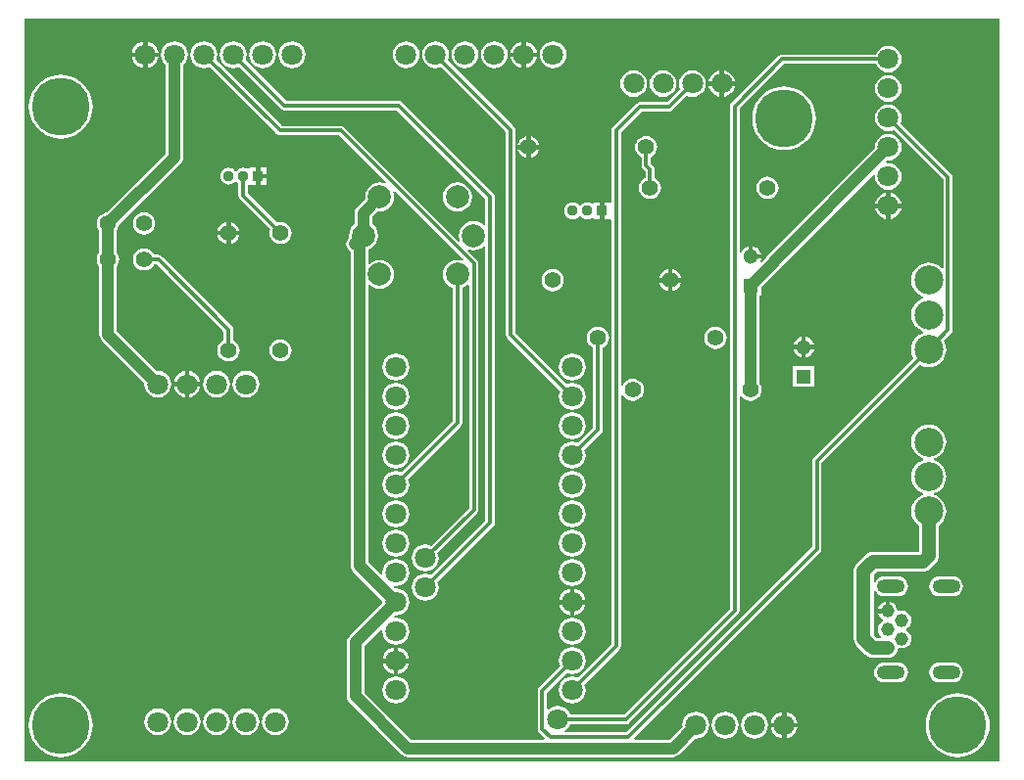
<source format=gtl>
G04*
G04 #@! TF.GenerationSoftware,Altium Limited,Altium Designer,20.2.6 (244)*
G04*
G04 Layer_Physical_Order=1*
G04 Layer_Color=255*
%FSLAX44Y44*%
%MOMM*%
G71*
G04*
G04 #@! TF.SameCoordinates,95B47CC1-6D59-4A24-9DA9-F39AA99DDD39*
G04*
G04*
G04 #@! TF.FilePolarity,Positive*
G04*
G01*
G75*
%ADD28C,0.3000*%
%ADD29C,1.2000*%
%ADD30C,1.0000*%
%ADD31C,1.8000*%
%ADD32C,0.9500*%
%ADD33C,2.5000*%
%ADD34C,2.0000*%
%ADD35C,1.1500*%
%ADD36O,2.4000X1.2000*%
%ADD37C,1.3000*%
%ADD38R,1.3000X1.3000*%
%ADD39C,1.4000*%
%ADD40R,0.9500X0.9500*%
%ADD41C,5.0000*%
G36*
X846391Y3609D02*
X3609D01*
Y646391D01*
X846391D01*
Y3609D01*
D02*
G37*
%LPC*%
G36*
X437000Y626376D02*
Y617000D01*
X446376D01*
X446243Y618013D01*
X445080Y620820D01*
X443230Y623231D01*
X440820Y625080D01*
X438012Y626243D01*
X437000Y626376D01*
D02*
G37*
G36*
X110000D02*
Y617000D01*
X119376D01*
X119243Y618013D01*
X118080Y620820D01*
X116230Y623231D01*
X113820Y625080D01*
X111012Y626243D01*
X110000Y626376D01*
D02*
G37*
G36*
X433000D02*
X431987Y626243D01*
X429180Y625080D01*
X426769Y623231D01*
X424920Y620820D01*
X423757Y618013D01*
X423624Y617000D01*
X433000D01*
Y626376D01*
D02*
G37*
G36*
X106000D02*
X104987Y626243D01*
X102180Y625080D01*
X99769Y623231D01*
X97920Y620820D01*
X96757Y618013D01*
X96623Y617000D01*
X106000D01*
Y626376D01*
D02*
G37*
G36*
X446376Y613000D02*
X437000D01*
Y603624D01*
X438012Y603757D01*
X440820Y604920D01*
X443230Y606770D01*
X445080Y609180D01*
X446243Y611987D01*
X446376Y613000D01*
D02*
G37*
G36*
X119376D02*
X110000D01*
Y603624D01*
X111012Y603757D01*
X113820Y604920D01*
X116230Y606770D01*
X118080Y609180D01*
X119243Y611987D01*
X119376Y613000D01*
D02*
G37*
G36*
X106000D02*
X96623D01*
X96757Y611987D01*
X97920Y609180D01*
X99769Y606770D01*
X102180Y604920D01*
X104987Y603757D01*
X106000Y603624D01*
Y613000D01*
D02*
G37*
G36*
X433000D02*
X423624D01*
X423757Y611987D01*
X424920Y609180D01*
X426769Y606770D01*
X429180Y604920D01*
X431987Y603757D01*
X433000Y603624D01*
Y613000D01*
D02*
G37*
G36*
X460400Y626640D02*
X457387Y626243D01*
X454580Y625080D01*
X452169Y623231D01*
X450320Y620820D01*
X449157Y618013D01*
X448760Y615000D01*
X449157Y611987D01*
X450320Y609180D01*
X452169Y606770D01*
X454580Y604920D01*
X457387Y603757D01*
X460400Y603360D01*
X463412Y603757D01*
X466220Y604920D01*
X468630Y606770D01*
X470480Y609180D01*
X471643Y611987D01*
X472039Y615000D01*
X471643Y618013D01*
X470480Y620820D01*
X468630Y623231D01*
X466220Y625080D01*
X463412Y626243D01*
X460400Y626640D01*
D02*
G37*
G36*
X409600D02*
X406587Y626243D01*
X403780Y625080D01*
X401370Y623231D01*
X399520Y620820D01*
X398357Y618013D01*
X397960Y615000D01*
X398357Y611987D01*
X399520Y609180D01*
X401370Y606770D01*
X403780Y604920D01*
X406587Y603757D01*
X409600Y603360D01*
X412612Y603757D01*
X415420Y604920D01*
X417830Y606770D01*
X419680Y609180D01*
X420843Y611987D01*
X421239Y615000D01*
X420843Y618013D01*
X419680Y620820D01*
X417830Y623231D01*
X415420Y625080D01*
X412612Y626243D01*
X409600Y626640D01*
D02*
G37*
G36*
X384200D02*
X381187Y626243D01*
X378380Y625080D01*
X375970Y623231D01*
X374120Y620820D01*
X372957Y618013D01*
X372560Y615000D01*
X372957Y611987D01*
X374120Y609180D01*
X375970Y606770D01*
X378380Y604920D01*
X381187Y603757D01*
X384200Y603360D01*
X387212Y603757D01*
X390020Y604920D01*
X392430Y606770D01*
X394280Y609180D01*
X395443Y611987D01*
X395839Y615000D01*
X395443Y618013D01*
X394280Y620820D01*
X392430Y623231D01*
X390020Y625080D01*
X387212Y626243D01*
X384200Y626640D01*
D02*
G37*
G36*
X333400D02*
X330387Y626243D01*
X327580Y625080D01*
X325169Y623231D01*
X323320Y620820D01*
X322157Y618013D01*
X321760Y615000D01*
X322157Y611987D01*
X323320Y609180D01*
X325169Y606770D01*
X327580Y604920D01*
X330387Y603757D01*
X333400Y603360D01*
X336412Y603757D01*
X339220Y604920D01*
X341630Y606770D01*
X343480Y609180D01*
X344643Y611987D01*
X345039Y615000D01*
X344643Y618013D01*
X343480Y620820D01*
X341630Y623231D01*
X339220Y625080D01*
X336412Y626243D01*
X333400Y626640D01*
D02*
G37*
G36*
X235000D02*
X231987Y626243D01*
X229180Y625080D01*
X226769Y623231D01*
X224920Y620820D01*
X223757Y618013D01*
X223360Y615000D01*
X223757Y611987D01*
X224920Y609180D01*
X226769Y606770D01*
X229180Y604920D01*
X231987Y603757D01*
X235000Y603360D01*
X238012Y603757D01*
X240820Y604920D01*
X243230Y606770D01*
X245080Y609180D01*
X246243Y611987D01*
X246639Y615000D01*
X246243Y618013D01*
X245080Y620820D01*
X243230Y623231D01*
X240820Y625080D01*
X238012Y626243D01*
X235000Y626640D01*
D02*
G37*
G36*
X209600D02*
X206587Y626243D01*
X203780Y625080D01*
X201369Y623231D01*
X199520Y620820D01*
X198357Y618013D01*
X197960Y615000D01*
X198357Y611987D01*
X199520Y609180D01*
X201369Y606770D01*
X203780Y604920D01*
X206587Y603757D01*
X209600Y603360D01*
X212612Y603757D01*
X215420Y604920D01*
X217830Y606770D01*
X219680Y609180D01*
X220843Y611987D01*
X221239Y615000D01*
X220843Y618013D01*
X219680Y620820D01*
X217830Y623231D01*
X215420Y625080D01*
X212612Y626243D01*
X209600Y626640D01*
D02*
G37*
G36*
X608200Y601376D02*
Y592000D01*
X617576D01*
X617443Y593013D01*
X616280Y595820D01*
X614430Y598230D01*
X612020Y600080D01*
X609212Y601243D01*
X608200Y601376D01*
D02*
G37*
G36*
X604200D02*
X603187Y601243D01*
X600380Y600080D01*
X597970Y598230D01*
X596120Y595820D01*
X594957Y593013D01*
X594824Y592000D01*
X604200D01*
Y601376D01*
D02*
G37*
G36*
X617576Y588000D02*
X608200D01*
Y578624D01*
X609212Y578757D01*
X612020Y579920D01*
X614430Y581770D01*
X616280Y584180D01*
X617443Y586987D01*
X617576Y588000D01*
D02*
G37*
G36*
X604200D02*
X594824D01*
X594957Y586987D01*
X596120Y584180D01*
X597970Y581770D01*
X600380Y579920D01*
X603187Y578757D01*
X604200Y578624D01*
Y588000D01*
D02*
G37*
G36*
X580800Y601640D02*
X577788Y601243D01*
X574980Y600080D01*
X572570Y598230D01*
X570720Y595820D01*
X569557Y593013D01*
X569160Y590000D01*
X569557Y586987D01*
X570261Y585287D01*
X559094Y574119D01*
X535400D01*
X533824Y573806D01*
X532487Y572913D01*
X512087Y552513D01*
X511194Y551176D01*
X510881Y549600D01*
Y488191D01*
X509990Y487290D01*
X509611Y487290D01*
X504700D01*
Y480000D01*
Y472710D01*
X509611D01*
X509990Y472710D01*
X510881Y471809D01*
Y105006D01*
X481713Y75838D01*
X480012Y76543D01*
X477000Y76939D01*
X473987Y76543D01*
X471180Y75380D01*
X468769Y73530D01*
X466920Y71120D01*
X465757Y68312D01*
X465360Y65300D01*
X465757Y62287D01*
X466920Y59480D01*
X468769Y57069D01*
X471180Y55220D01*
X473987Y54057D01*
X477000Y53660D01*
X480012Y54057D01*
X482820Y55220D01*
X485230Y57069D01*
X487080Y59480D01*
X488243Y62287D01*
X488639Y65300D01*
X488243Y68312D01*
X487538Y70013D01*
X517913Y100387D01*
X518806Y101724D01*
X519119Y103300D01*
Y321089D01*
X520389Y321342D01*
X520867Y320189D01*
X522396Y318196D01*
X524389Y316667D01*
X526709Y315706D01*
X529200Y315378D01*
X531690Y315706D01*
X534011Y316667D01*
X536004Y318196D01*
X537533Y320189D01*
X538494Y322510D01*
X538822Y325000D01*
X538494Y327491D01*
X537533Y329811D01*
X536004Y331804D01*
X534011Y333333D01*
X531690Y334295D01*
X529200Y334622D01*
X526709Y334295D01*
X524389Y333333D01*
X522396Y331804D01*
X520867Y329811D01*
X520389Y328658D01*
X519119Y328911D01*
Y547894D01*
X537106Y565881D01*
X560800D01*
X562376Y566194D01*
X563713Y567087D01*
X576087Y579462D01*
X577788Y578757D01*
X580800Y578360D01*
X583812Y578757D01*
X586620Y579920D01*
X589030Y581770D01*
X590880Y584180D01*
X592043Y586987D01*
X592440Y590000D01*
X592043Y593013D01*
X590880Y595820D01*
X589030Y598230D01*
X586620Y600080D01*
X583812Y601243D01*
X580800Y601640D01*
D02*
G37*
G36*
X555400D02*
X552388Y601243D01*
X549580Y600080D01*
X547170Y598230D01*
X545320Y595820D01*
X544157Y593013D01*
X543760Y590000D01*
X544157Y586987D01*
X545320Y584180D01*
X547170Y581770D01*
X549580Y579920D01*
X552388Y578757D01*
X555400Y578360D01*
X558413Y578757D01*
X561220Y579920D01*
X563630Y581770D01*
X565480Y584180D01*
X566643Y586987D01*
X567040Y590000D01*
X566643Y593013D01*
X565480Y595820D01*
X563630Y598230D01*
X561220Y600080D01*
X558413Y601243D01*
X555400Y601640D01*
D02*
G37*
G36*
X530000D02*
X526987Y601243D01*
X524180Y600080D01*
X521770Y598230D01*
X519920Y595820D01*
X518757Y593013D01*
X518360Y590000D01*
X518757Y586987D01*
X519920Y584180D01*
X521770Y581770D01*
X524180Y579920D01*
X526987Y578757D01*
X530000Y578360D01*
X533013Y578757D01*
X535820Y579920D01*
X538230Y581770D01*
X540080Y584180D01*
X541243Y586987D01*
X541640Y590000D01*
X541243Y593013D01*
X540080Y595820D01*
X538230Y598230D01*
X535820Y600080D01*
X533013Y601243D01*
X530000Y601640D01*
D02*
G37*
G36*
X750000Y597440D02*
X746988Y597043D01*
X744180Y595880D01*
X741770Y594031D01*
X739920Y591620D01*
X738757Y588813D01*
X738361Y585800D01*
X738757Y582788D01*
X739920Y579980D01*
X741770Y577570D01*
X744180Y575720D01*
X746988Y574557D01*
X750000Y574161D01*
X753013Y574557D01*
X755820Y575720D01*
X758230Y577570D01*
X760080Y579980D01*
X761243Y582788D01*
X761640Y585800D01*
X761243Y588813D01*
X760080Y591620D01*
X758230Y594031D01*
X755820Y595880D01*
X753013Y597043D01*
X750000Y597440D01*
D02*
G37*
G36*
X35000Y597625D02*
X30679Y597285D01*
X26463Y596273D01*
X22459Y594614D01*
X18763Y592349D01*
X15466Y589534D01*
X12651Y586237D01*
X10386Y582541D01*
X8727Y578536D01*
X7715Y574321D01*
X7375Y570000D01*
X7715Y565678D01*
X8727Y561463D01*
X10386Y557458D01*
X12651Y553762D01*
X15466Y550466D01*
X18763Y547651D01*
X22459Y545386D01*
X26463Y543727D01*
X30679Y542715D01*
X35000Y542375D01*
X39322Y542715D01*
X43537Y543727D01*
X47542Y545386D01*
X51238Y547651D01*
X54534Y550466D01*
X57349Y553762D01*
X59614Y557458D01*
X61273Y561463D01*
X62285Y565678D01*
X62625Y570000D01*
X62285Y574321D01*
X61273Y578536D01*
X59614Y582541D01*
X57349Y586237D01*
X54534Y589534D01*
X51238Y592349D01*
X47542Y594614D01*
X43537Y596273D01*
X39322Y597285D01*
X35000Y597625D01*
D02*
G37*
G36*
X441200Y544359D02*
Y537000D01*
X448559D01*
X448494Y537491D01*
X447533Y539811D01*
X446004Y541804D01*
X444011Y543333D01*
X441690Y544295D01*
X441200Y544359D01*
D02*
G37*
G36*
X437200D02*
X436710Y544295D01*
X434389Y543333D01*
X432396Y541804D01*
X430867Y539811D01*
X429906Y537491D01*
X429841Y537000D01*
X437200D01*
Y544359D01*
D02*
G37*
G36*
X660000Y587625D02*
X655679Y587285D01*
X651464Y586273D01*
X647459Y584614D01*
X643763Y582349D01*
X640466Y579534D01*
X637651Y576238D01*
X635386Y572542D01*
X633727Y568536D01*
X632715Y564321D01*
X632375Y560000D01*
X632715Y555678D01*
X633727Y551463D01*
X635386Y547458D01*
X637651Y543762D01*
X640466Y540466D01*
X643763Y537651D01*
X647459Y535386D01*
X651464Y533727D01*
X655679Y532715D01*
X660000Y532375D01*
X664322Y532715D01*
X668537Y533727D01*
X672542Y535386D01*
X676238Y537651D01*
X679534Y540466D01*
X682349Y543762D01*
X684614Y547458D01*
X686273Y551463D01*
X687285Y555678D01*
X687625Y560000D01*
X687285Y564321D01*
X686273Y568536D01*
X684614Y572542D01*
X682349Y576238D01*
X679534Y579534D01*
X676238Y582349D01*
X672542Y584614D01*
X668537Y586273D01*
X664322Y587285D01*
X660000Y587625D01*
D02*
G37*
G36*
X448559Y533000D02*
X441200D01*
Y525641D01*
X441690Y525706D01*
X444011Y526667D01*
X446004Y528196D01*
X447533Y530189D01*
X448494Y532510D01*
X448559Y533000D01*
D02*
G37*
G36*
X437200D02*
X429841D01*
X429906Y532510D01*
X430867Y530189D01*
X432396Y528196D01*
X434389Y526667D01*
X436710Y525706D01*
X437200Y525641D01*
Y533000D01*
D02*
G37*
G36*
X192700Y517353D02*
X190797Y517102D01*
X189024Y516368D01*
X187501Y515199D01*
X186985Y514527D01*
X185715D01*
X185200Y515199D01*
X183677Y516368D01*
X181903Y517102D01*
X180000Y517353D01*
X178097Y517102D01*
X176324Y516368D01*
X174801Y515199D01*
X173632Y513676D01*
X172898Y511903D01*
X172647Y510000D01*
X172898Y508097D01*
X173632Y506324D01*
X174801Y504801D01*
X176324Y503632D01*
X178097Y502898D01*
X180000Y502647D01*
X181903Y502898D01*
X183677Y503632D01*
X185200Y504801D01*
X185715Y505473D01*
X186985D01*
X187501Y504801D01*
X188581Y503972D01*
Y493100D01*
X188895Y491524D01*
X189788Y490187D01*
X215992Y463983D01*
X215705Y463291D01*
X215378Y460800D01*
X215705Y458310D01*
X216667Y455989D01*
X218196Y453996D01*
X220189Y452467D01*
X222509Y451506D01*
X225000Y451178D01*
X227490Y451506D01*
X229811Y452467D01*
X231804Y453996D01*
X233333Y455989D01*
X234294Y458310D01*
X234622Y460800D01*
X234294Y463291D01*
X233333Y465611D01*
X231804Y467604D01*
X229811Y469133D01*
X227490Y470095D01*
X225000Y470423D01*
X222509Y470095D01*
X221817Y469808D01*
X196819Y494806D01*
Y502582D01*
X196878Y502619D01*
X198110Y502710D01*
Y502710D01*
X203400D01*
Y510000D01*
Y517290D01*
X198110D01*
Y516638D01*
X196840Y516012D01*
X196377Y516368D01*
X194603Y517102D01*
X192700Y517353D01*
D02*
G37*
G36*
X212690Y517290D02*
X207400D01*
Y512000D01*
X212690D01*
Y517290D01*
D02*
G37*
G36*
Y508000D02*
X207400D01*
Y502710D01*
X212690D01*
Y508000D01*
D02*
G37*
G36*
X645800Y509622D02*
X643310Y509295D01*
X640989Y508333D01*
X638996Y506804D01*
X637467Y504811D01*
X636506Y502491D01*
X636178Y500000D01*
X636506Y497510D01*
X637467Y495189D01*
X638996Y493196D01*
X640989Y491667D01*
X643310Y490706D01*
X645800Y490378D01*
X648290Y490706D01*
X650611Y491667D01*
X652604Y493196D01*
X654133Y495189D01*
X655095Y497510D01*
X655422Y500000D01*
X655095Y502491D01*
X654133Y504811D01*
X652604Y506804D01*
X650611Y508333D01*
X648290Y509295D01*
X645800Y509622D01*
D02*
G37*
G36*
X540800Y544622D02*
X538310Y544295D01*
X535989Y543333D01*
X533996Y541804D01*
X532467Y539811D01*
X531506Y537491D01*
X531178Y535000D01*
X531506Y532510D01*
X532467Y530189D01*
X533996Y528196D01*
X535989Y526667D01*
X536681Y526380D01*
Y519020D01*
X536995Y517444D01*
X537887Y516107D01*
X540081Y513914D01*
Y508620D01*
X539389Y508333D01*
X537396Y506804D01*
X535867Y504811D01*
X534906Y502491D01*
X534578Y500000D01*
X534906Y497510D01*
X535867Y495189D01*
X537396Y493196D01*
X539389Y491667D01*
X541710Y490706D01*
X544200Y490378D01*
X546690Y490706D01*
X549011Y491667D01*
X551004Y493196D01*
X552533Y495189D01*
X553494Y497510D01*
X553822Y500000D01*
X553494Y502491D01*
X552533Y504811D01*
X551004Y506804D01*
X549011Y508333D01*
X548319Y508620D01*
Y515620D01*
X548006Y517196D01*
X547113Y518533D01*
X544919Y520726D01*
Y526380D01*
X545611Y526667D01*
X547604Y528196D01*
X549133Y530189D01*
X550094Y532510D01*
X550422Y535000D01*
X550094Y537491D01*
X549133Y539811D01*
X547604Y541804D01*
X545611Y543333D01*
X543290Y544295D01*
X540800Y544622D01*
D02*
G37*
G36*
X752000Y495577D02*
Y486200D01*
X761376D01*
X761243Y487213D01*
X760080Y490020D01*
X758230Y492431D01*
X755820Y494280D01*
X753013Y495443D01*
X752000Y495577D01*
D02*
G37*
G36*
X748000D02*
X746988Y495443D01*
X744180Y494280D01*
X741770Y492431D01*
X739920Y490020D01*
X738757Y487213D01*
X738624Y486200D01*
X748000D01*
Y495577D01*
D02*
G37*
G36*
X490000Y487353D02*
X488097Y487102D01*
X486324Y486368D01*
X484801Y485199D01*
X484285Y484527D01*
X483015D01*
X482499Y485199D01*
X480976Y486368D01*
X479203Y487102D01*
X477300Y487353D01*
X475397Y487102D01*
X473624Y486368D01*
X472101Y485199D01*
X470932Y483676D01*
X470198Y481903D01*
X469947Y480000D01*
X470198Y478097D01*
X470932Y476324D01*
X472101Y474801D01*
X473624Y473632D01*
X475397Y472898D01*
X477300Y472647D01*
X479203Y472898D01*
X480976Y473632D01*
X482499Y474801D01*
X483015Y475473D01*
X484285D01*
X484801Y474801D01*
X486324Y473632D01*
X488097Y472898D01*
X490000Y472647D01*
X491903Y472898D01*
X493676Y473632D01*
X494140Y473988D01*
X495410Y473362D01*
Y472710D01*
X500700D01*
Y480000D01*
Y487290D01*
X495410D01*
Y486638D01*
X494140Y486012D01*
X493676Y486368D01*
X491903Y487102D01*
X490000Y487353D01*
D02*
G37*
G36*
X377757Y504706D02*
X374484Y504275D01*
X371433Y503011D01*
X368814Y501001D01*
X366804Y498382D01*
X365540Y495331D01*
X365109Y492057D01*
X365540Y488784D01*
X366804Y485733D01*
X368814Y483114D01*
X371433Y481104D01*
X374484Y479840D01*
X377757Y479409D01*
X381031Y479840D01*
X384081Y481104D01*
X386701Y483114D01*
X388711Y485733D01*
X389975Y488784D01*
X390406Y492057D01*
X389975Y495331D01*
X388711Y498382D01*
X386701Y501001D01*
X384081Y503011D01*
X381031Y504275D01*
X377757Y504706D01*
D02*
G37*
G36*
X761376Y482200D02*
X752000D01*
Y472824D01*
X753013Y472957D01*
X755820Y474120D01*
X758230Y475970D01*
X760080Y478380D01*
X761243Y481188D01*
X761376Y482200D01*
D02*
G37*
G36*
X748000D02*
X738624D01*
X738757Y481188D01*
X739920Y478380D01*
X741770Y475970D01*
X744180Y474120D01*
X746988Y472957D01*
X748000Y472824D01*
Y482200D01*
D02*
G37*
G36*
X184200Y626640D02*
X181187Y626243D01*
X178380Y625080D01*
X175969Y623231D01*
X174120Y620820D01*
X172957Y618013D01*
X172560Y615000D01*
X172957Y611987D01*
X174120Y609180D01*
X175969Y606770D01*
X178380Y604920D01*
X181187Y603757D01*
X184200Y603360D01*
X187212Y603757D01*
X188913Y604462D01*
X225295Y568079D01*
X226632Y567186D01*
X228208Y566873D01*
X325446D01*
X401773Y490546D01*
Y467807D01*
X401382Y467674D01*
X400503Y467499D01*
X397994Y469424D01*
X394944Y470687D01*
X391670Y471118D01*
X388396Y470687D01*
X385346Y469424D01*
X382726Y467414D01*
X380716Y464794D01*
X379453Y461744D01*
X379022Y458470D01*
X379453Y455196D01*
X379815Y454323D01*
X378738Y453603D01*
X280027Y552315D01*
X278690Y553208D01*
X277114Y553521D01*
X226104D01*
X169338Y610287D01*
X170043Y611987D01*
X170439Y615000D01*
X170043Y618013D01*
X168880Y620820D01*
X167030Y623231D01*
X164620Y625080D01*
X161812Y626243D01*
X158800Y626640D01*
X155787Y626243D01*
X152980Y625080D01*
X150569Y623231D01*
X148720Y620820D01*
X147557Y618013D01*
X147160Y615000D01*
X147557Y611987D01*
X148720Y609180D01*
X150569Y606770D01*
X152980Y604920D01*
X155787Y603757D01*
X158800Y603360D01*
X161812Y603757D01*
X163513Y604462D01*
X221485Y546489D01*
X222822Y545596D01*
X224398Y545283D01*
X275408D01*
X315879Y504811D01*
X315160Y503735D01*
X313856Y504275D01*
X310583Y504706D01*
X307309Y504275D01*
X304258Y503011D01*
X301639Y501001D01*
X299629Y498382D01*
X298365Y495331D01*
X297934Y492057D01*
X298155Y490385D01*
X291292Y483522D01*
X290084Y481947D01*
X289324Y480113D01*
X289065Y478145D01*
Y468441D01*
X287726Y467414D01*
X285716Y464794D01*
X284453Y461744D01*
X284022Y458470D01*
X284242Y456797D01*
X284055Y456611D01*
X282847Y455036D01*
X282087Y453201D01*
X281828Y451233D01*
X282087Y449265D01*
X282847Y447430D01*
X284055Y445855D01*
X285257Y444654D01*
Y173238D01*
X285516Y171269D01*
X286276Y169435D01*
X287484Y167860D01*
X313063Y142281D01*
X312960Y141500D01*
X313063Y140718D01*
X284622Y112278D01*
X283414Y110703D01*
X282654Y108868D01*
X282395Y106900D01*
Y60000D01*
X282654Y58032D01*
X283414Y56198D01*
X284622Y54622D01*
X329622Y9622D01*
X331198Y8414D01*
X331957Y8099D01*
X333032Y7654D01*
X335000Y7395D01*
X563800D01*
X565768Y7654D01*
X567603Y8414D01*
X569178Y9622D01*
X583019Y23463D01*
X583800Y23361D01*
X586813Y23757D01*
X589620Y24920D01*
X592031Y26770D01*
X593880Y29180D01*
X595043Y31988D01*
X595440Y35000D01*
X595043Y38013D01*
X593880Y40820D01*
X592031Y43231D01*
X589620Y45080D01*
X586813Y46243D01*
X583800Y46640D01*
X580788Y46243D01*
X577980Y45080D01*
X575570Y43231D01*
X573720Y40820D01*
X572557Y38013D01*
X572161Y35000D01*
X572263Y34219D01*
X560650Y22605D01*
X530978D01*
X530492Y23778D01*
X691253Y184539D01*
X692146Y185876D01*
X692459Y187452D01*
Y261634D01*
X777683Y346858D01*
X779217Y346038D01*
X782052Y345178D01*
X785000Y344888D01*
X787949Y345178D01*
X790784Y346038D01*
X793396Y347435D01*
X795686Y349314D01*
X797566Y351604D01*
X798963Y354217D01*
X799823Y357052D01*
X800113Y360000D01*
X799823Y362949D01*
X798963Y365784D01*
X798143Y367318D01*
X804537Y373711D01*
X805430Y375048D01*
X805743Y376624D01*
Y508776D01*
X805430Y510353D01*
X804537Y511689D01*
X760538Y555687D01*
X761243Y557388D01*
X761640Y560400D01*
X761243Y563413D01*
X760080Y566220D01*
X758230Y568631D01*
X755820Y570480D01*
X753013Y571643D01*
X750000Y572040D01*
X746988Y571643D01*
X744180Y570480D01*
X741770Y568631D01*
X739920Y566220D01*
X738757Y563413D01*
X738361Y560400D01*
X738757Y557388D01*
X739920Y554580D01*
X741770Y552170D01*
X744180Y550320D01*
X746988Y549157D01*
X750000Y548761D01*
X753013Y549157D01*
X754713Y549862D01*
X797505Y507070D01*
Y430356D01*
X796309Y429928D01*
X795686Y430686D01*
X793396Y432566D01*
X790784Y433963D01*
X787949Y434823D01*
X785000Y435113D01*
X782052Y434823D01*
X779217Y433963D01*
X776604Y432566D01*
X774314Y430686D01*
X772434Y428396D01*
X771038Y425784D01*
X770178Y422948D01*
X769887Y420000D01*
X770178Y417052D01*
X771038Y414217D01*
X772434Y411604D01*
X774314Y409314D01*
X776604Y407434D01*
X779217Y406038D01*
X780450Y405664D01*
Y404337D01*
X779217Y403963D01*
X776604Y402566D01*
X774314Y400687D01*
X772434Y398396D01*
X771038Y395784D01*
X770178Y392949D01*
X769887Y390000D01*
X770178Y387052D01*
X771038Y384217D01*
X772434Y381604D01*
X774314Y379314D01*
X776604Y377434D01*
X779217Y376038D01*
X780450Y375664D01*
Y374337D01*
X779217Y373963D01*
X776604Y372566D01*
X774314Y370687D01*
X772434Y368396D01*
X771038Y365784D01*
X770178Y362949D01*
X769887Y360000D01*
X770178Y357052D01*
X771038Y354217D01*
X771858Y352683D01*
X685427Y266253D01*
X684534Y264916D01*
X684221Y263340D01*
Y189158D01*
X523820Y28757D01*
X470687D01*
X470390Y30027D01*
X472530Y31669D01*
X474380Y34080D01*
X475084Y35781D01*
X523262D01*
X524838Y36094D01*
X526175Y36987D01*
X620387Y131199D01*
X621280Y132536D01*
X621593Y134112D01*
Y319241D01*
X622863Y319672D01*
X623996Y318196D01*
X625989Y316667D01*
X628309Y315706D01*
X630800Y315378D01*
X633290Y315706D01*
X635611Y316667D01*
X637604Y318196D01*
X639133Y320189D01*
X640094Y322510D01*
X640422Y325000D01*
X640094Y327491D01*
X639133Y329811D01*
X638405Y330760D01*
Y354585D01*
X638536Y354902D01*
X638795Y356870D01*
Y406450D01*
X640230D01*
Y413775D01*
X656634Y430179D01*
X657842Y431754D01*
X658078Y432323D01*
X737341Y511586D01*
X738544Y510993D01*
X738361Y509600D01*
X738757Y506588D01*
X739920Y503780D01*
X741770Y501370D01*
X744180Y499520D01*
X746988Y498357D01*
X750000Y497961D01*
X753013Y498357D01*
X755820Y499520D01*
X758230Y501370D01*
X760080Y503780D01*
X761243Y506588D01*
X761640Y509600D01*
X761243Y512613D01*
X760080Y515420D01*
X758230Y517831D01*
X755820Y519680D01*
X753013Y520843D01*
X750000Y521240D01*
X748607Y521056D01*
X748014Y522259D01*
X749219Y523464D01*
X750000Y523361D01*
X753013Y523757D01*
X755820Y524920D01*
X758230Y526770D01*
X760080Y529180D01*
X761243Y531988D01*
X761640Y535000D01*
X761243Y538013D01*
X760080Y540820D01*
X758230Y543231D01*
X755820Y545080D01*
X753013Y546243D01*
X750000Y546640D01*
X746988Y546243D01*
X744180Y545080D01*
X741770Y543231D01*
X739920Y540820D01*
X738757Y538013D01*
X738361Y535000D01*
X738463Y534219D01*
X645878Y441634D01*
X644670Y440059D01*
X644434Y439489D01*
X640066Y435121D01*
X639086Y435931D01*
X639997Y438130D01*
X640045Y438490D01*
X631190D01*
Y440490D01*
X629190D01*
Y449344D01*
X628830Y449297D01*
X626631Y448386D01*
X624743Y446937D01*
X623294Y445049D01*
X622863Y444010D01*
X621593Y444262D01*
Y568524D01*
X660150Y607081D01*
X739215D01*
X739920Y605380D01*
X741770Y602970D01*
X744180Y601120D01*
X746988Y599957D01*
X750000Y599561D01*
X753013Y599957D01*
X755820Y601120D01*
X758230Y602970D01*
X760080Y605380D01*
X761243Y608188D01*
X761640Y611200D01*
X761243Y614213D01*
X760080Y617020D01*
X758230Y619431D01*
X755820Y621280D01*
X753013Y622443D01*
X750000Y622840D01*
X746988Y622443D01*
X744180Y621280D01*
X741770Y619431D01*
X739920Y617020D01*
X739215Y615319D01*
X658444D01*
X656868Y615006D01*
X655531Y614113D01*
X614561Y573143D01*
X613668Y571806D01*
X613355Y570230D01*
Y135818D01*
X521556Y44019D01*
X475084D01*
X474380Y45720D01*
X472530Y48130D01*
X470120Y49980D01*
X467312Y51143D01*
X464300Y51539D01*
X461287Y51143D01*
X458480Y49980D01*
X456493Y48455D01*
X455223Y49011D01*
Y63098D01*
X472287Y80161D01*
X473987Y79457D01*
X477000Y79060D01*
X480012Y79457D01*
X482820Y80620D01*
X485230Y82469D01*
X487080Y84880D01*
X488243Y87687D01*
X488639Y90700D01*
X488243Y93712D01*
X487080Y96520D01*
X485230Y98930D01*
X482820Y100780D01*
X480012Y101943D01*
X477000Y102339D01*
X473987Y101943D01*
X471180Y100780D01*
X468769Y98930D01*
X466920Y96520D01*
X465757Y93712D01*
X465360Y90700D01*
X465757Y87687D01*
X466461Y85987D01*
X448191Y67717D01*
X447298Y66380D01*
X446985Y64804D01*
Y31750D01*
X447298Y30174D01*
X448191Y28837D01*
X453250Y23778D01*
X452764Y22605D01*
X338150D01*
X297605Y63150D01*
Y103750D01*
X311941Y118086D01*
X313144Y117492D01*
X312960Y116100D01*
X313357Y113087D01*
X314520Y110280D01*
X316369Y107869D01*
X318780Y106020D01*
X321587Y104857D01*
X324600Y104460D01*
X327612Y104857D01*
X330420Y106020D01*
X332830Y107869D01*
X334680Y110280D01*
X335843Y113087D01*
X336239Y116100D01*
X335843Y119112D01*
X334680Y121920D01*
X332830Y124330D01*
X330420Y126180D01*
X327612Y127343D01*
X324600Y127739D01*
X323207Y127556D01*
X322614Y128759D01*
X323818Y129963D01*
X324600Y129860D01*
X327612Y130257D01*
X330420Y131420D01*
X332830Y133269D01*
X334680Y135680D01*
X335843Y138487D01*
X336239Y141500D01*
X335843Y144512D01*
X334680Y147320D01*
X332830Y149730D01*
X330420Y151580D01*
X327612Y152743D01*
X324600Y153139D01*
X323818Y153036D01*
X322614Y154241D01*
X323207Y155444D01*
X324600Y155260D01*
X327612Y155657D01*
X330420Y156820D01*
X332830Y158669D01*
X334680Y161080D01*
X335843Y163887D01*
X336239Y166900D01*
X335843Y169912D01*
X334680Y172720D01*
X332830Y175130D01*
X330420Y176980D01*
X327612Y178143D01*
X324600Y178539D01*
X321587Y178143D01*
X318780Y176980D01*
X316369Y175130D01*
X314520Y172720D01*
X313357Y169912D01*
X312960Y166900D01*
X313144Y165507D01*
X311941Y164914D01*
X300467Y176388D01*
Y415541D01*
X301009Y415725D01*
X301737Y415864D01*
X304258Y413929D01*
X307309Y412665D01*
X310583Y412234D01*
X313856Y412665D01*
X316907Y413929D01*
X319526Y415939D01*
X321536Y418559D01*
X322800Y421609D01*
X323231Y424883D01*
X322800Y428156D01*
X321536Y431207D01*
X319526Y433826D01*
X316907Y435836D01*
X313856Y437100D01*
X310583Y437531D01*
X307309Y437100D01*
X304258Y435836D01*
X301737Y433901D01*
X301009Y434040D01*
X300467Y434224D01*
Y446470D01*
X302994Y447516D01*
X305614Y449526D01*
X307624Y452146D01*
X308887Y455196D01*
X309318Y458470D01*
X308887Y461744D01*
X307624Y464794D01*
X305614Y467414D01*
X304275Y468441D01*
Y474995D01*
X308910Y479630D01*
X310583Y479409D01*
X313856Y479840D01*
X316907Y481104D01*
X319526Y483114D01*
X321536Y485733D01*
X322800Y488784D01*
X323231Y492057D01*
X322800Y495331D01*
X322260Y496635D01*
X323336Y497354D01*
X383054Y437636D01*
X382335Y436560D01*
X381031Y437100D01*
X377757Y437531D01*
X374484Y437100D01*
X371433Y435836D01*
X368814Y433826D01*
X366804Y431207D01*
X365540Y428156D01*
X365109Y424883D01*
X365540Y421609D01*
X366804Y418559D01*
X368814Y415939D01*
X371433Y413929D01*
X373638Y413016D01*
Y297964D01*
X329313Y253638D01*
X327612Y254343D01*
X324600Y254739D01*
X321587Y254343D01*
X318780Y253180D01*
X316369Y251330D01*
X314520Y248920D01*
X313357Y246112D01*
X312960Y243100D01*
X313357Y240087D01*
X314520Y237280D01*
X316369Y234869D01*
X318780Y233020D01*
X321587Y231857D01*
X324600Y231460D01*
X327612Y231857D01*
X330420Y233020D01*
X332830Y234869D01*
X334680Y237280D01*
X335843Y240087D01*
X336239Y243100D01*
X335843Y246112D01*
X335138Y247813D01*
X380670Y293345D01*
X381563Y294681D01*
X381877Y296257D01*
Y413016D01*
X384081Y413929D01*
X386533Y415810D01*
X387803Y415501D01*
Y223228D01*
X354713Y190138D01*
X353012Y190843D01*
X350000Y191239D01*
X346987Y190843D01*
X344180Y189680D01*
X341769Y187830D01*
X339920Y185420D01*
X338757Y182612D01*
X338360Y179600D01*
X338757Y176587D01*
X339920Y173780D01*
X341769Y171369D01*
X344180Y169520D01*
X346987Y168357D01*
X350000Y167960D01*
X353012Y168357D01*
X355820Y169520D01*
X358230Y171369D01*
X360080Y173780D01*
X361243Y176587D01*
X361639Y179600D01*
X361243Y182612D01*
X360538Y184313D01*
X394835Y218609D01*
X395728Y219946D01*
X396041Y221522D01*
Y434594D01*
X395728Y436170D01*
X394835Y437507D01*
X386803Y445538D01*
X387523Y446615D01*
X388396Y446253D01*
X391670Y445822D01*
X394944Y446253D01*
X397994Y447516D01*
X400503Y449441D01*
X401382Y449266D01*
X401773Y449133D01*
Y211798D01*
X354713Y164738D01*
X353012Y165443D01*
X350000Y165839D01*
X346987Y165443D01*
X344180Y164280D01*
X341769Y162430D01*
X339920Y160020D01*
X338757Y157212D01*
X338360Y154200D01*
X338757Y151187D01*
X339920Y148380D01*
X341769Y145969D01*
X344180Y144120D01*
X346987Y142957D01*
X350000Y142560D01*
X353012Y142957D01*
X355820Y144120D01*
X358230Y145969D01*
X360080Y148380D01*
X361243Y151187D01*
X361639Y154200D01*
X361243Y157212D01*
X360538Y158913D01*
X408805Y207179D01*
X409698Y208516D01*
X410011Y210092D01*
Y492252D01*
X409698Y493828D01*
X408805Y495165D01*
X330065Y573905D01*
X328728Y574798D01*
X327152Y575111D01*
X229914D01*
X194738Y610287D01*
X195443Y611987D01*
X195839Y615000D01*
X195443Y618013D01*
X194280Y620820D01*
X192430Y623231D01*
X190020Y625080D01*
X187212Y626243D01*
X184200Y626640D01*
D02*
G37*
G36*
X182000Y470159D02*
Y462800D01*
X189359D01*
X189295Y463291D01*
X188333Y465611D01*
X186804Y467604D01*
X184811Y469133D01*
X182491Y470095D01*
X182000Y470159D01*
D02*
G37*
G36*
X178000D02*
X177510Y470095D01*
X175189Y469133D01*
X173196Y467604D01*
X171667Y465611D01*
X170706Y463291D01*
X170641Y462800D01*
X178000D01*
Y470159D01*
D02*
G37*
G36*
X106940Y478512D02*
X104450Y478185D01*
X102129Y477223D01*
X100136Y475694D01*
X98607Y473701D01*
X97646Y471381D01*
X97318Y468890D01*
X97646Y466400D01*
X98607Y464079D01*
X100136Y462086D01*
X102129Y460557D01*
X104450Y459596D01*
X106940Y459268D01*
X109431Y459596D01*
X111751Y460557D01*
X113744Y462086D01*
X115273Y464079D01*
X116235Y466400D01*
X116562Y468890D01*
X116235Y471381D01*
X115273Y473701D01*
X113744Y475694D01*
X111751Y477223D01*
X109431Y478185D01*
X106940Y478512D01*
D02*
G37*
G36*
X189359Y458800D02*
X182000D01*
Y451441D01*
X182491Y451506D01*
X184811Y452467D01*
X186804Y453996D01*
X188333Y455989D01*
X189295Y458310D01*
X189359Y458800D01*
D02*
G37*
G36*
X178000D02*
X170641D01*
X170706Y458310D01*
X171667Y455989D01*
X173196Y453996D01*
X175189Y452467D01*
X177510Y451506D01*
X178000Y451441D01*
Y458800D01*
D02*
G37*
G36*
X633190Y449344D02*
Y442490D01*
X640045D01*
X639997Y442850D01*
X639086Y445049D01*
X637637Y446937D01*
X635749Y448386D01*
X633550Y449297D01*
X633190Y449344D01*
D02*
G37*
G36*
X563600Y429359D02*
Y422000D01*
X570959D01*
X570895Y422491D01*
X569933Y424811D01*
X568404Y426804D01*
X566411Y428333D01*
X564090Y429295D01*
X563600Y429359D01*
D02*
G37*
G36*
X559600D02*
X559110Y429295D01*
X556789Y428333D01*
X554796Y426804D01*
X553267Y424811D01*
X552306Y422491D01*
X552241Y422000D01*
X559600D01*
Y429359D01*
D02*
G37*
G36*
X570959Y418000D02*
X563600D01*
Y410641D01*
X564090Y410706D01*
X566411Y411667D01*
X568404Y413196D01*
X569933Y415189D01*
X570895Y417510D01*
X570959Y418000D01*
D02*
G37*
G36*
X559600D02*
X552241D01*
X552306Y417510D01*
X553267Y415189D01*
X554796Y413196D01*
X556789Y411667D01*
X559110Y410706D01*
X559600Y410641D01*
Y418000D01*
D02*
G37*
G36*
X460000Y429622D02*
X457510Y429295D01*
X455189Y428333D01*
X453196Y426804D01*
X451667Y424811D01*
X450706Y422491D01*
X450378Y420000D01*
X450706Y417510D01*
X451667Y415189D01*
X453196Y413196D01*
X455189Y411667D01*
X457510Y410706D01*
X460000Y410378D01*
X462491Y410706D01*
X464811Y411667D01*
X466804Y413196D01*
X468333Y415189D01*
X469295Y417510D01*
X469622Y420000D01*
X469295Y422491D01*
X468333Y424811D01*
X466804Y426804D01*
X464811Y428333D01*
X462491Y429295D01*
X460000Y429622D01*
D02*
G37*
G36*
X678910Y370805D02*
Y363950D01*
X685765D01*
X685717Y364310D01*
X684806Y366509D01*
X683357Y368397D01*
X681469Y369846D01*
X679270Y370757D01*
X678910Y370805D01*
D02*
G37*
G36*
X674910D02*
X674550Y370757D01*
X672351Y369846D01*
X670463Y368397D01*
X669014Y366509D01*
X668103Y364310D01*
X668055Y363950D01*
X674910D01*
Y370805D01*
D02*
G37*
G36*
X600800Y379622D02*
X598310Y379294D01*
X595989Y378333D01*
X593996Y376804D01*
X592467Y374811D01*
X591506Y372490D01*
X591178Y370000D01*
X591506Y367509D01*
X592467Y365189D01*
X593996Y363196D01*
X595989Y361667D01*
X598310Y360705D01*
X600800Y360378D01*
X603290Y360705D01*
X605611Y361667D01*
X607604Y363196D01*
X609133Y365189D01*
X610094Y367509D01*
X610422Y370000D01*
X610094Y372490D01*
X609133Y374811D01*
X607604Y376804D01*
X605611Y378333D01*
X603290Y379294D01*
X600800Y379622D01*
D02*
G37*
G36*
X685765Y359950D02*
X678910D01*
Y353095D01*
X679270Y353143D01*
X681469Y354054D01*
X683357Y355503D01*
X684806Y357391D01*
X685717Y359590D01*
X685765Y359950D01*
D02*
G37*
G36*
X674910D02*
X668055D01*
X668103Y359590D01*
X669014Y357391D01*
X670463Y355503D01*
X672351Y354054D01*
X674550Y353143D01*
X674910Y353095D01*
Y359950D01*
D02*
G37*
G36*
X225000Y368823D02*
X222509Y368495D01*
X220189Y367533D01*
X218196Y366004D01*
X216667Y364011D01*
X215705Y361691D01*
X215378Y359200D01*
X215705Y356710D01*
X216667Y354389D01*
X218196Y352396D01*
X220189Y350867D01*
X222509Y349906D01*
X225000Y349578D01*
X227490Y349906D01*
X229811Y350867D01*
X231804Y352396D01*
X233333Y354389D01*
X234294Y356710D01*
X234622Y359200D01*
X234294Y361691D01*
X233333Y364011D01*
X231804Y366004D01*
X229811Y367533D01*
X227490Y368495D01*
X225000Y368823D01*
D02*
G37*
G36*
X106940Y447512D02*
X104450Y447184D01*
X102129Y446223D01*
X100136Y444694D01*
X98607Y442701D01*
X97646Y440380D01*
X97318Y437890D01*
X97646Y435400D01*
X98607Y433079D01*
X100136Y431086D01*
X102129Y429557D01*
X104450Y428596D01*
X106940Y428268D01*
X109431Y428596D01*
X111751Y429557D01*
X113744Y431086D01*
X115273Y433079D01*
X115560Y433771D01*
X117680D01*
X175881Y375570D01*
Y367820D01*
X175189Y367533D01*
X173196Y366004D01*
X171667Y364011D01*
X170706Y361691D01*
X170378Y359200D01*
X170706Y356710D01*
X171667Y354389D01*
X173196Y352396D01*
X175189Y350867D01*
X177510Y349906D01*
X180000Y349578D01*
X182491Y349906D01*
X184811Y350867D01*
X186804Y352396D01*
X188333Y354389D01*
X189295Y356710D01*
X189622Y359200D01*
X189295Y361691D01*
X188333Y364011D01*
X186804Y366004D01*
X184811Y367533D01*
X184119Y367820D01*
Y377276D01*
X183806Y378852D01*
X182913Y380188D01*
X122299Y440803D01*
X120962Y441696D01*
X119386Y442009D01*
X115560D01*
X115273Y442701D01*
X113744Y444694D01*
X111751Y446223D01*
X109431Y447184D01*
X106940Y447512D01*
D02*
G37*
G36*
X477000Y356339D02*
X473987Y355943D01*
X471180Y354780D01*
X468769Y352930D01*
X466920Y350520D01*
X465757Y347712D01*
X465360Y344700D01*
X465757Y341687D01*
X466920Y338880D01*
X468769Y336469D01*
X471180Y334620D01*
X473987Y333457D01*
X477000Y333060D01*
X480012Y333457D01*
X482820Y334620D01*
X485230Y336469D01*
X487080Y338880D01*
X488243Y341687D01*
X488639Y344700D01*
X488243Y347712D01*
X487080Y350520D01*
X485230Y352930D01*
X482820Y354780D01*
X480012Y355943D01*
X477000Y356339D01*
D02*
G37*
G36*
X324600D02*
X321587Y355943D01*
X318780Y354780D01*
X316369Y352930D01*
X314520Y350520D01*
X313357Y347712D01*
X312960Y344700D01*
X313357Y341687D01*
X314520Y338880D01*
X316369Y336469D01*
X318780Y334620D01*
X321587Y333457D01*
X324600Y333060D01*
X327612Y333457D01*
X330420Y334620D01*
X332830Y336469D01*
X334680Y338880D01*
X335843Y341687D01*
X336239Y344700D01*
X335843Y347712D01*
X334680Y350520D01*
X332830Y352930D01*
X330420Y354780D01*
X327612Y355943D01*
X324600Y356339D01*
D02*
G37*
G36*
X146200Y341376D02*
Y332000D01*
X155576D01*
X155443Y333012D01*
X154280Y335820D01*
X152430Y338230D01*
X150020Y340080D01*
X147212Y341243D01*
X146200Y341376D01*
D02*
G37*
G36*
X142200D02*
X141187Y341243D01*
X138380Y340080D01*
X135969Y338230D01*
X134120Y335820D01*
X132957Y333012D01*
X132824Y332000D01*
X142200D01*
Y341376D01*
D02*
G37*
G36*
X685950Y345590D02*
X667870D01*
Y327510D01*
X685950D01*
Y345590D01*
D02*
G37*
G36*
X155576Y328000D02*
X146200D01*
Y318624D01*
X147212Y318757D01*
X150020Y319920D01*
X152430Y321769D01*
X154280Y324180D01*
X155443Y326987D01*
X155576Y328000D01*
D02*
G37*
G36*
X142200D02*
X132824D01*
X132957Y326987D01*
X134120Y324180D01*
X135969Y321769D01*
X138380Y319920D01*
X141187Y318757D01*
X142200Y318624D01*
Y328000D01*
D02*
G37*
G36*
X195000Y341639D02*
X191987Y341243D01*
X189180Y340080D01*
X186770Y338230D01*
X184920Y335820D01*
X183757Y333012D01*
X183360Y330000D01*
X183757Y326987D01*
X184920Y324180D01*
X186770Y321769D01*
X189180Y319920D01*
X191987Y318757D01*
X195000Y318360D01*
X198012Y318757D01*
X200820Y319920D01*
X203230Y321769D01*
X205080Y324180D01*
X206243Y326987D01*
X206639Y330000D01*
X206243Y333012D01*
X205080Y335820D01*
X203230Y338230D01*
X200820Y340080D01*
X198012Y341243D01*
X195000Y341639D01*
D02*
G37*
G36*
X169600D02*
X166587Y341243D01*
X163780Y340080D01*
X161369Y338230D01*
X159520Y335820D01*
X158357Y333012D01*
X157960Y330000D01*
X158357Y326987D01*
X159520Y324180D01*
X161369Y321769D01*
X163780Y319920D01*
X166587Y318757D01*
X169600Y318360D01*
X172612Y318757D01*
X175420Y319920D01*
X177830Y321769D01*
X179680Y324180D01*
X180843Y326987D01*
X181239Y330000D01*
X180843Y333012D01*
X179680Y335820D01*
X177830Y338230D01*
X175420Y340080D01*
X172612Y341243D01*
X169600Y341639D01*
D02*
G37*
G36*
X133400Y626640D02*
X130387Y626243D01*
X127580Y625080D01*
X125169Y623231D01*
X123320Y620820D01*
X122157Y618013D01*
X121760Y615000D01*
X122157Y611987D01*
X123320Y609180D01*
X125169Y606770D01*
X125795Y606290D01*
Y529500D01*
X74635Y478341D01*
X73450Y478185D01*
X71129Y477223D01*
X69136Y475694D01*
X67607Y473701D01*
X66645Y471381D01*
X66318Y468890D01*
X66645Y466400D01*
X67607Y464079D01*
X68335Y463130D01*
Y443650D01*
X67607Y442701D01*
X66645Y440380D01*
X66318Y437890D01*
X66645Y435400D01*
X67607Y433079D01*
X68335Y432130D01*
Y372860D01*
X68594Y370891D01*
X69354Y369057D01*
X70562Y367482D01*
X107263Y330781D01*
X107160Y330000D01*
X107557Y326987D01*
X108720Y324180D01*
X110569Y321769D01*
X112980Y319920D01*
X115787Y318757D01*
X118800Y318360D01*
X121812Y318757D01*
X124620Y319920D01*
X127030Y321769D01*
X128880Y324180D01*
X130043Y326987D01*
X130439Y330000D01*
X130043Y333012D01*
X128880Y335820D01*
X127030Y338230D01*
X124620Y340080D01*
X121812Y341243D01*
X118800Y341639D01*
X118018Y341536D01*
X83545Y376010D01*
Y432130D01*
X84273Y433079D01*
X85234Y435400D01*
X85562Y437890D01*
X85234Y440380D01*
X84273Y442701D01*
X83545Y443650D01*
Y463130D01*
X84273Y464079D01*
X85234Y466400D01*
X85391Y467585D01*
X138777Y520972D01*
X139986Y522547D01*
X140746Y524382D01*
X141005Y526350D01*
Y606290D01*
X141630Y606770D01*
X143480Y609180D01*
X144643Y611987D01*
X145039Y615000D01*
X144643Y618013D01*
X143480Y620820D01*
X141630Y623231D01*
X139220Y625080D01*
X136412Y626243D01*
X133400Y626640D01*
D02*
G37*
G36*
X358800D02*
X355787Y626243D01*
X352980Y625080D01*
X350569Y623231D01*
X348720Y620820D01*
X347557Y618013D01*
X347160Y615000D01*
X347557Y611987D01*
X348720Y609180D01*
X350569Y606770D01*
X352980Y604920D01*
X355787Y603757D01*
X358800Y603360D01*
X361812Y603757D01*
X363513Y604462D01*
X419553Y548422D01*
Y372628D01*
X419866Y371051D01*
X420759Y369715D01*
X466461Y324013D01*
X465757Y322312D01*
X465360Y319300D01*
X465757Y316287D01*
X466920Y313480D01*
X468769Y311069D01*
X471180Y309220D01*
X473987Y308057D01*
X477000Y307660D01*
X480012Y308057D01*
X482820Y309220D01*
X485230Y311069D01*
X487080Y313480D01*
X488243Y316287D01*
X488639Y319300D01*
X488243Y322312D01*
X487080Y325120D01*
X485230Y327530D01*
X482820Y329380D01*
X480012Y330543D01*
X477000Y330939D01*
X473987Y330543D01*
X472287Y329838D01*
X427791Y374334D01*
Y550128D01*
X427478Y551704D01*
X426585Y553041D01*
X369338Y610287D01*
X370043Y611987D01*
X370439Y615000D01*
X370043Y618013D01*
X368880Y620820D01*
X367030Y623231D01*
X364620Y625080D01*
X361812Y626243D01*
X358800Y626640D01*
D02*
G37*
G36*
X324600Y330939D02*
X321587Y330543D01*
X318780Y329380D01*
X316369Y327530D01*
X314520Y325120D01*
X313357Y322312D01*
X312960Y319300D01*
X313357Y316287D01*
X314520Y313480D01*
X316369Y311069D01*
X318780Y309220D01*
X321587Y308057D01*
X324600Y307660D01*
X327612Y308057D01*
X330420Y309220D01*
X332830Y311069D01*
X334680Y313480D01*
X335843Y316287D01*
X336239Y319300D01*
X335843Y322312D01*
X334680Y325120D01*
X332830Y327530D01*
X330420Y329380D01*
X327612Y330543D01*
X324600Y330939D01*
D02*
G37*
G36*
X477000Y305539D02*
X473987Y305143D01*
X471180Y303980D01*
X468769Y302130D01*
X466920Y299720D01*
X465757Y296912D01*
X465360Y293900D01*
X465757Y290887D01*
X466920Y288080D01*
X468769Y285669D01*
X471180Y283820D01*
X473987Y282657D01*
X477000Y282260D01*
X480012Y282657D01*
X482820Y283820D01*
X485230Y285669D01*
X487080Y288080D01*
X488243Y290887D01*
X488639Y293900D01*
X488243Y296912D01*
X487080Y299720D01*
X485230Y302130D01*
X482820Y303980D01*
X480012Y305143D01*
X477000Y305539D01*
D02*
G37*
G36*
X324600D02*
X321587Y305143D01*
X318780Y303980D01*
X316369Y302130D01*
X314520Y299720D01*
X313357Y296912D01*
X312960Y293900D01*
X313357Y290887D01*
X314520Y288080D01*
X316369Y285669D01*
X318780Y283820D01*
X321587Y282657D01*
X324600Y282260D01*
X327612Y282657D01*
X330420Y283820D01*
X332830Y285669D01*
X334680Y288080D01*
X335843Y290887D01*
X336239Y293900D01*
X335843Y296912D01*
X334680Y299720D01*
X332830Y302130D01*
X330420Y303980D01*
X327612Y305143D01*
X324600Y305539D01*
D02*
G37*
G36*
X499200Y379622D02*
X496710Y379294D01*
X494389Y378333D01*
X492396Y376804D01*
X490867Y374811D01*
X489906Y372490D01*
X489578Y370000D01*
X489906Y367509D01*
X490867Y365189D01*
X492396Y363196D01*
X494389Y361667D01*
X495081Y361380D01*
Y292406D01*
X481713Y279038D01*
X480012Y279743D01*
X477000Y280139D01*
X473987Y279743D01*
X471180Y278580D01*
X468769Y276730D01*
X466920Y274320D01*
X465757Y271512D01*
X465360Y268500D01*
X465757Y265487D01*
X466920Y262680D01*
X468769Y260269D01*
X471180Y258420D01*
X473987Y257257D01*
X477000Y256860D01*
X480012Y257257D01*
X482820Y258420D01*
X485230Y260269D01*
X487080Y262680D01*
X488243Y265487D01*
X488639Y268500D01*
X488243Y271512D01*
X487538Y273213D01*
X502113Y287787D01*
X503005Y289124D01*
X503319Y290700D01*
Y361380D01*
X504011Y361667D01*
X506004Y363196D01*
X507533Y365189D01*
X508494Y367509D01*
X508822Y370000D01*
X508494Y372490D01*
X507533Y374811D01*
X506004Y376804D01*
X504011Y378333D01*
X501690Y379294D01*
X499200Y379622D01*
D02*
G37*
G36*
X324600Y280139D02*
X321587Y279743D01*
X318780Y278580D01*
X316369Y276730D01*
X314520Y274320D01*
X313357Y271512D01*
X312960Y268500D01*
X313357Y265487D01*
X314520Y262680D01*
X316369Y260269D01*
X318780Y258420D01*
X321587Y257257D01*
X324600Y256860D01*
X327612Y257257D01*
X330420Y258420D01*
X332830Y260269D01*
X334680Y262680D01*
X335843Y265487D01*
X336239Y268500D01*
X335843Y271512D01*
X334680Y274320D01*
X332830Y276730D01*
X330420Y278580D01*
X327612Y279743D01*
X324600Y280139D01*
D02*
G37*
G36*
X477000Y254739D02*
X473987Y254343D01*
X471180Y253180D01*
X468769Y251330D01*
X466920Y248920D01*
X465757Y246112D01*
X465360Y243100D01*
X465757Y240087D01*
X466920Y237280D01*
X468769Y234869D01*
X471180Y233020D01*
X473987Y231857D01*
X477000Y231460D01*
X480012Y231857D01*
X482820Y233020D01*
X485230Y234869D01*
X487080Y237280D01*
X488243Y240087D01*
X488639Y243100D01*
X488243Y246112D01*
X487080Y248920D01*
X485230Y251330D01*
X482820Y253180D01*
X480012Y254343D01*
X477000Y254739D01*
D02*
G37*
G36*
Y229339D02*
X473987Y228943D01*
X471180Y227780D01*
X468769Y225930D01*
X466920Y223520D01*
X465757Y220712D01*
X465360Y217700D01*
X465757Y214687D01*
X466920Y211880D01*
X468769Y209469D01*
X471180Y207620D01*
X473987Y206457D01*
X477000Y206060D01*
X480012Y206457D01*
X482820Y207620D01*
X485230Y209469D01*
X487080Y211880D01*
X488243Y214687D01*
X488639Y217700D01*
X488243Y220712D01*
X487080Y223520D01*
X485230Y225930D01*
X482820Y227780D01*
X480012Y228943D01*
X477000Y229339D01*
D02*
G37*
G36*
X324600D02*
X321587Y228943D01*
X318780Y227780D01*
X316369Y225930D01*
X314520Y223520D01*
X313357Y220712D01*
X312960Y217700D01*
X313357Y214687D01*
X314520Y211880D01*
X316369Y209469D01*
X318780Y207620D01*
X321587Y206457D01*
X324600Y206060D01*
X327612Y206457D01*
X330420Y207620D01*
X332830Y209469D01*
X334680Y211880D01*
X335843Y214687D01*
X336239Y217700D01*
X335843Y220712D01*
X334680Y223520D01*
X332830Y225930D01*
X330420Y227780D01*
X327612Y228943D01*
X324600Y229339D01*
D02*
G37*
G36*
X477000Y203939D02*
X473987Y203543D01*
X471180Y202380D01*
X468769Y200530D01*
X466920Y198120D01*
X465757Y195312D01*
X465360Y192300D01*
X465757Y189287D01*
X466920Y186480D01*
X468769Y184069D01*
X471180Y182220D01*
X473987Y181057D01*
X477000Y180660D01*
X480012Y181057D01*
X482820Y182220D01*
X485230Y184069D01*
X487080Y186480D01*
X488243Y189287D01*
X488639Y192300D01*
X488243Y195312D01*
X487080Y198120D01*
X485230Y200530D01*
X482820Y202380D01*
X480012Y203543D01*
X477000Y203939D01*
D02*
G37*
G36*
X324600D02*
X321587Y203543D01*
X318780Y202380D01*
X316369Y200530D01*
X314520Y198120D01*
X313357Y195312D01*
X312960Y192300D01*
X313357Y189287D01*
X314520Y186480D01*
X316369Y184069D01*
X318780Y182220D01*
X321587Y181057D01*
X324600Y180660D01*
X327612Y181057D01*
X330420Y182220D01*
X332830Y184069D01*
X334680Y186480D01*
X335843Y189287D01*
X336239Y192300D01*
X335843Y195312D01*
X334680Y198120D01*
X332830Y200530D01*
X330420Y202380D01*
X327612Y203543D01*
X324600Y203939D01*
D02*
G37*
G36*
X477000Y178539D02*
X473987Y178143D01*
X471180Y176980D01*
X468769Y175130D01*
X466920Y172720D01*
X465757Y169912D01*
X465360Y166900D01*
X465757Y163887D01*
X466920Y161080D01*
X468769Y158669D01*
X471180Y156820D01*
X473987Y155657D01*
X477000Y155260D01*
X480012Y155657D01*
X482820Y156820D01*
X485230Y158669D01*
X487080Y161080D01*
X488243Y163887D01*
X488639Y166900D01*
X488243Y169912D01*
X487080Y172720D01*
X485230Y175130D01*
X482820Y176980D01*
X480012Y178143D01*
X477000Y178539D01*
D02*
G37*
G36*
X806000Y163614D02*
X794000D01*
X791770Y163320D01*
X789693Y162460D01*
X787909Y161091D01*
X786540Y159307D01*
X785680Y157229D01*
X785386Y155000D01*
X785680Y152771D01*
X786540Y150693D01*
X787909Y148909D01*
X789693Y147540D01*
X791770Y146680D01*
X794000Y146386D01*
X806000D01*
X808229Y146680D01*
X810307Y147540D01*
X812091Y148909D01*
X813460Y150693D01*
X814320Y152771D01*
X814614Y155000D01*
X814320Y157229D01*
X813460Y159307D01*
X812091Y161091D01*
X810307Y162460D01*
X808229Y163320D01*
X806000Y163614D01*
D02*
G37*
G36*
X785000Y295113D02*
X782052Y294822D01*
X779217Y293962D01*
X776604Y292566D01*
X774314Y290686D01*
X772434Y288396D01*
X771038Y285783D01*
X770178Y282948D01*
X769887Y280000D01*
X770178Y277052D01*
X771038Y274216D01*
X772434Y271604D01*
X774314Y269314D01*
X776604Y267434D01*
X779217Y266038D01*
X780450Y265664D01*
Y264336D01*
X779217Y263962D01*
X776604Y262566D01*
X774314Y260686D01*
X772434Y258396D01*
X771038Y255783D01*
X770178Y252948D01*
X769887Y250000D01*
X770178Y247052D01*
X771038Y244217D01*
X772434Y241604D01*
X774314Y239314D01*
X776604Y237434D01*
X779217Y236038D01*
X780450Y235664D01*
Y234336D01*
X779217Y233962D01*
X776604Y232566D01*
X774314Y230686D01*
X772434Y228396D01*
X771038Y225784D01*
X770178Y222948D01*
X769887Y220000D01*
X770178Y217052D01*
X771038Y214217D01*
X772434Y211604D01*
X774314Y209314D01*
X776386Y207613D01*
Y185318D01*
X776212Y185144D01*
X736600D01*
X734371Y184850D01*
X732293Y183990D01*
X730509Y182621D01*
X722635Y174747D01*
X721266Y172963D01*
X720762Y171746D01*
X720406Y170885D01*
X720112Y168656D01*
Y109674D01*
X720406Y107445D01*
X720762Y106584D01*
X721266Y105367D01*
X722635Y103583D01*
X730509Y95709D01*
X732293Y94340D01*
X734371Y93480D01*
X736600Y93187D01*
X749500D01*
X751730Y93480D01*
X753807Y94340D01*
X755591Y95709D01*
X756960Y97493D01*
X757820Y99571D01*
X757996Y100904D01*
X759334Y101722D01*
X759350Y101722D01*
X761500Y101439D01*
X763664Y101723D01*
X765681Y102559D01*
X767413Y103888D01*
X768741Y105619D01*
X769577Y107636D01*
X769862Y109800D01*
X769577Y111964D01*
X768741Y113981D01*
X767413Y115713D01*
X765681Y117041D01*
X765382Y117165D01*
Y118435D01*
X765681Y118559D01*
X767413Y119888D01*
X768741Y121619D01*
X769577Y123636D01*
X769862Y125800D01*
X769577Y127964D01*
X768741Y129981D01*
X767413Y131713D01*
X765681Y133041D01*
X763664Y133877D01*
X761500Y134162D01*
X759336Y133877D01*
X759067Y133765D01*
X757757Y134597D01*
X757577Y135964D01*
X756741Y137981D01*
X755413Y139713D01*
X753681Y141041D01*
X751664Y141877D01*
X751500Y141898D01*
Y133800D01*
X749500D01*
Y131800D01*
X741402D01*
X741423Y131636D01*
X742259Y129619D01*
X743588Y127888D01*
X745319Y126559D01*
X745618Y126435D01*
Y125165D01*
X745319Y125041D01*
X743588Y123713D01*
X742259Y121981D01*
X741423Y119964D01*
X741139Y117800D01*
X741423Y115636D01*
X742259Y113619D01*
X743588Y111888D01*
X743853Y111684D01*
X743422Y110414D01*
X740168D01*
X737340Y113242D01*
Y151480D01*
X738610Y151733D01*
X739040Y150693D01*
X740409Y148909D01*
X742193Y147540D01*
X744270Y146680D01*
X746500Y146386D01*
X758500D01*
X760729Y146680D01*
X762807Y147540D01*
X764591Y148909D01*
X765960Y150693D01*
X766820Y152771D01*
X767114Y155000D01*
X766820Y157229D01*
X765960Y159307D01*
X764591Y161091D01*
X762807Y162460D01*
X760729Y163320D01*
X758500Y163614D01*
X746500D01*
X744270Y163320D01*
X742193Y162460D01*
X740409Y161091D01*
X739040Y159307D01*
X738610Y158267D01*
X737340Y158520D01*
Y165088D01*
X740168Y167916D01*
X779780D01*
X782009Y168210D01*
X782870Y168566D01*
X784087Y169070D01*
X785871Y170439D01*
X791091Y175659D01*
X792460Y177443D01*
X793320Y179521D01*
X793614Y181750D01*
Y207613D01*
X795686Y209314D01*
X797566Y211604D01*
X798963Y214217D01*
X799823Y217052D01*
X800113Y220000D01*
X799823Y222948D01*
X798963Y225784D01*
X797566Y228396D01*
X795686Y230686D01*
X793396Y232566D01*
X790784Y233962D01*
X789551Y234336D01*
Y235664D01*
X790784Y236038D01*
X793396Y237434D01*
X795686Y239314D01*
X797566Y241604D01*
X798963Y244217D01*
X799823Y247052D01*
X800113Y250000D01*
X799823Y252948D01*
X798963Y255783D01*
X797566Y258396D01*
X795686Y260686D01*
X793396Y262566D01*
X790784Y263962D01*
X789551Y264336D01*
Y265664D01*
X790784Y266038D01*
X793396Y267434D01*
X795686Y269314D01*
X797566Y271604D01*
X798963Y274216D01*
X799823Y277052D01*
X800113Y280000D01*
X799823Y282948D01*
X798963Y285783D01*
X797566Y288396D01*
X795686Y290686D01*
X793396Y292566D01*
X790784Y293962D01*
X787949Y294822D01*
X785000Y295113D01*
D02*
G37*
G36*
X479000Y152876D02*
Y143500D01*
X488376D01*
X488243Y144512D01*
X487080Y147320D01*
X485230Y149730D01*
X482820Y151580D01*
X480012Y152743D01*
X479000Y152876D01*
D02*
G37*
G36*
X475000D02*
X473987Y152743D01*
X471180Y151580D01*
X468769Y149730D01*
X466920Y147320D01*
X465757Y144512D01*
X465624Y143500D01*
X475000D01*
Y152876D01*
D02*
G37*
G36*
X747500Y141898D02*
X747336Y141877D01*
X745319Y141041D01*
X743588Y139713D01*
X742259Y137981D01*
X741423Y135964D01*
X741402Y135800D01*
X747500D01*
Y141898D01*
D02*
G37*
G36*
X488376Y139500D02*
X479000D01*
Y130124D01*
X480012Y130257D01*
X482820Y131420D01*
X485230Y133269D01*
X487080Y135680D01*
X488243Y138487D01*
X488376Y139500D01*
D02*
G37*
G36*
X475000D02*
X465624D01*
X465757Y138487D01*
X466920Y135680D01*
X468769Y133269D01*
X471180Y131420D01*
X473987Y130257D01*
X475000Y130124D01*
Y139500D01*
D02*
G37*
G36*
X477000Y127739D02*
X473987Y127343D01*
X471180Y126180D01*
X468769Y124330D01*
X466920Y121920D01*
X465757Y119112D01*
X465360Y116100D01*
X465757Y113087D01*
X466920Y110280D01*
X468769Y107869D01*
X471180Y106020D01*
X473987Y104857D01*
X477000Y104460D01*
X480012Y104857D01*
X482820Y106020D01*
X485230Y107869D01*
X487080Y110280D01*
X488243Y113087D01*
X488639Y116100D01*
X488243Y119112D01*
X487080Y121920D01*
X485230Y124330D01*
X482820Y126180D01*
X480012Y127343D01*
X477000Y127739D01*
D02*
G37*
G36*
X326600Y102076D02*
Y92700D01*
X335976D01*
X335843Y93712D01*
X334680Y96520D01*
X332830Y98930D01*
X330420Y100780D01*
X327612Y101943D01*
X326600Y102076D01*
D02*
G37*
G36*
X322600D02*
X321587Y101943D01*
X318780Y100780D01*
X316369Y98930D01*
X314520Y96520D01*
X313357Y93712D01*
X313224Y92700D01*
X322600D01*
Y102076D01*
D02*
G37*
G36*
X335976Y88700D02*
X326600D01*
Y79324D01*
X327612Y79457D01*
X330420Y80620D01*
X332830Y82469D01*
X334680Y84880D01*
X335843Y87687D01*
X335976Y88700D01*
D02*
G37*
G36*
X322600D02*
X313224D01*
X313357Y87687D01*
X314520Y84880D01*
X316369Y82469D01*
X318780Y80620D01*
X321587Y79457D01*
X322600Y79324D01*
Y88700D01*
D02*
G37*
G36*
X806000Y89213D02*
X794000D01*
X791770Y88920D01*
X789693Y88059D01*
X787909Y86691D01*
X786540Y84907D01*
X785680Y82829D01*
X785386Y80600D01*
X785680Y78370D01*
X786540Y76293D01*
X787909Y74509D01*
X789693Y73140D01*
X791770Y72280D01*
X794000Y71986D01*
X806000D01*
X808229Y72280D01*
X810307Y73140D01*
X812091Y74509D01*
X813460Y76293D01*
X814320Y78370D01*
X814614Y80600D01*
X814320Y82829D01*
X813460Y84907D01*
X812091Y86691D01*
X810307Y88059D01*
X808229Y88920D01*
X806000Y89213D01*
D02*
G37*
G36*
X758500D02*
X746500D01*
X744270Y88920D01*
X742193Y88059D01*
X740409Y86691D01*
X739040Y84907D01*
X738180Y82829D01*
X737886Y80600D01*
X738180Y78370D01*
X739040Y76293D01*
X740409Y74509D01*
X742193Y73140D01*
X744270Y72280D01*
X746500Y71986D01*
X758500D01*
X760729Y72280D01*
X762807Y73140D01*
X764591Y74509D01*
X765960Y76293D01*
X766820Y78370D01*
X767114Y80600D01*
X766820Y82829D01*
X765960Y84907D01*
X764591Y86691D01*
X762807Y88059D01*
X760729Y88920D01*
X758500Y89213D01*
D02*
G37*
G36*
X324600Y76939D02*
X321587Y76543D01*
X318780Y75380D01*
X316369Y73530D01*
X314520Y71120D01*
X313357Y68312D01*
X312960Y65300D01*
X313357Y62287D01*
X314520Y59480D01*
X316369Y57069D01*
X318780Y55220D01*
X321587Y54057D01*
X324600Y53660D01*
X327612Y54057D01*
X330420Y55220D01*
X332830Y57069D01*
X334680Y59480D01*
X335843Y62287D01*
X336239Y65300D01*
X335843Y68312D01*
X334680Y71120D01*
X332830Y73530D01*
X330420Y75380D01*
X327612Y76543D01*
X324600Y76939D01*
D02*
G37*
G36*
X662000Y46376D02*
Y37000D01*
X671376D01*
X671243Y38013D01*
X670080Y40820D01*
X668231Y43231D01*
X665820Y45080D01*
X663013Y46243D01*
X662000Y46376D01*
D02*
G37*
G36*
X658000D02*
X656988Y46243D01*
X654180Y45080D01*
X651770Y43231D01*
X649920Y40820D01*
X648757Y38013D01*
X648624Y37000D01*
X658000D01*
Y46376D01*
D02*
G37*
G36*
X220400Y49539D02*
X217387Y49143D01*
X214580Y47980D01*
X212169Y46130D01*
X210320Y43720D01*
X209157Y40912D01*
X208760Y37900D01*
X209157Y34887D01*
X210320Y32080D01*
X212169Y29669D01*
X214580Y27820D01*
X217387Y26657D01*
X220400Y26260D01*
X223412Y26657D01*
X226220Y27820D01*
X228630Y29669D01*
X230480Y32080D01*
X231643Y34887D01*
X232039Y37900D01*
X231643Y40912D01*
X230480Y43720D01*
X228630Y46130D01*
X226220Y47980D01*
X223412Y49143D01*
X220400Y49539D01*
D02*
G37*
G36*
X195000D02*
X191987Y49143D01*
X189180Y47980D01*
X186770Y46130D01*
X184920Y43720D01*
X183757Y40912D01*
X183360Y37900D01*
X183757Y34887D01*
X184920Y32080D01*
X186770Y29669D01*
X189180Y27820D01*
X191987Y26657D01*
X195000Y26260D01*
X198012Y26657D01*
X200820Y27820D01*
X203230Y29669D01*
X205080Y32080D01*
X206243Y34887D01*
X206639Y37900D01*
X206243Y40912D01*
X205080Y43720D01*
X203230Y46130D01*
X200820Y47980D01*
X198012Y49143D01*
X195000Y49539D01*
D02*
G37*
G36*
X169600D02*
X166587Y49143D01*
X163780Y47980D01*
X161369Y46130D01*
X159520Y43720D01*
X158357Y40912D01*
X157960Y37900D01*
X158357Y34887D01*
X159520Y32080D01*
X161369Y29669D01*
X163780Y27820D01*
X166587Y26657D01*
X169600Y26260D01*
X172612Y26657D01*
X175420Y27820D01*
X177830Y29669D01*
X179680Y32080D01*
X180843Y34887D01*
X181239Y37900D01*
X180843Y40912D01*
X179680Y43720D01*
X177830Y46130D01*
X175420Y47980D01*
X172612Y49143D01*
X169600Y49539D01*
D02*
G37*
G36*
X144200D02*
X141187Y49143D01*
X138380Y47980D01*
X135969Y46130D01*
X134120Y43720D01*
X132957Y40912D01*
X132560Y37900D01*
X132957Y34887D01*
X134120Y32080D01*
X135969Y29669D01*
X138380Y27820D01*
X141187Y26657D01*
X144200Y26260D01*
X147212Y26657D01*
X150020Y27820D01*
X152430Y29669D01*
X154280Y32080D01*
X155443Y34887D01*
X155839Y37900D01*
X155443Y40912D01*
X154280Y43720D01*
X152430Y46130D01*
X150020Y47980D01*
X147212Y49143D01*
X144200Y49539D01*
D02*
G37*
G36*
X118800D02*
X115787Y49143D01*
X112980Y47980D01*
X110569Y46130D01*
X108720Y43720D01*
X107557Y40912D01*
X107160Y37900D01*
X107557Y34887D01*
X108720Y32080D01*
X110569Y29669D01*
X112980Y27820D01*
X115787Y26657D01*
X118800Y26260D01*
X121812Y26657D01*
X124620Y27820D01*
X127030Y29669D01*
X128880Y32080D01*
X130043Y34887D01*
X130439Y37900D01*
X130043Y40912D01*
X128880Y43720D01*
X127030Y46130D01*
X124620Y47980D01*
X121812Y49143D01*
X118800Y49539D01*
D02*
G37*
G36*
X671376Y33000D02*
X662000D01*
Y23624D01*
X663013Y23757D01*
X665820Y24920D01*
X668231Y26770D01*
X670080Y29180D01*
X671243Y31988D01*
X671376Y33000D01*
D02*
G37*
G36*
X658000D02*
X648624D01*
X648757Y31988D01*
X649920Y29180D01*
X651770Y26770D01*
X654180Y24920D01*
X656988Y23757D01*
X658000Y23624D01*
Y33000D01*
D02*
G37*
G36*
X634600Y46640D02*
X631588Y46243D01*
X628780Y45080D01*
X626370Y43231D01*
X624520Y40820D01*
X623357Y38013D01*
X622961Y35000D01*
X623357Y31988D01*
X624520Y29180D01*
X626370Y26770D01*
X628780Y24920D01*
X631588Y23757D01*
X634600Y23361D01*
X637613Y23757D01*
X640420Y24920D01*
X642831Y26770D01*
X644680Y29180D01*
X645843Y31988D01*
X646240Y35000D01*
X645843Y38013D01*
X644680Y40820D01*
X642831Y43231D01*
X640420Y45080D01*
X637613Y46243D01*
X634600Y46640D01*
D02*
G37*
G36*
X609200D02*
X606188Y46243D01*
X603380Y45080D01*
X600970Y43231D01*
X599120Y40820D01*
X597957Y38013D01*
X597561Y35000D01*
X597957Y31988D01*
X599120Y29180D01*
X600970Y26770D01*
X603380Y24920D01*
X606188Y23757D01*
X609200Y23361D01*
X612213Y23757D01*
X615020Y24920D01*
X617431Y26770D01*
X619280Y29180D01*
X620443Y31988D01*
X620840Y35000D01*
X620443Y38013D01*
X619280Y40820D01*
X617431Y43231D01*
X615020Y45080D01*
X612213Y46243D01*
X609200Y46640D01*
D02*
G37*
G36*
X810000Y62625D02*
X805678Y62285D01*
X801463Y61273D01*
X797458Y59614D01*
X793762Y57349D01*
X790466Y54534D01*
X787651Y51238D01*
X785386Y47542D01*
X783727Y43537D01*
X782715Y39322D01*
X782375Y35000D01*
X782715Y30679D01*
X783727Y26463D01*
X785386Y22459D01*
X787651Y18763D01*
X790466Y15466D01*
X793762Y12651D01*
X797458Y10386D01*
X801463Y8727D01*
X805678Y7715D01*
X810000Y7375D01*
X814321Y7715D01*
X818537Y8727D01*
X822542Y10386D01*
X826238Y12651D01*
X829534Y15466D01*
X832349Y18763D01*
X834614Y22459D01*
X836273Y26463D01*
X837285Y30679D01*
X837625Y35000D01*
X837285Y39322D01*
X836273Y43537D01*
X834614Y47542D01*
X832349Y51238D01*
X829534Y54534D01*
X826238Y57349D01*
X822542Y59614D01*
X818537Y61273D01*
X814321Y62285D01*
X810000Y62625D01*
D02*
G37*
G36*
X35000D02*
X30679Y62285D01*
X26463Y61273D01*
X22459Y59614D01*
X18763Y57349D01*
X15466Y54534D01*
X12651Y51238D01*
X10386Y47542D01*
X8727Y43537D01*
X7715Y39322D01*
X7375Y35000D01*
X7715Y30679D01*
X8727Y26463D01*
X10386Y22459D01*
X12651Y18763D01*
X15466Y15466D01*
X18763Y12651D01*
X22459Y10386D01*
X26463Y8727D01*
X30679Y7715D01*
X35000Y7375D01*
X39322Y7715D01*
X43537Y8727D01*
X47542Y10386D01*
X51238Y12651D01*
X54534Y15466D01*
X57349Y18763D01*
X59614Y22459D01*
X61273Y26463D01*
X62285Y30679D01*
X62625Y35000D01*
X62285Y39322D01*
X61273Y43537D01*
X59614Y47542D01*
X57349Y51238D01*
X54534Y54534D01*
X51238Y57349D01*
X47542Y59614D01*
X43537Y61273D01*
X39322Y62285D01*
X35000Y62625D01*
D02*
G37*
%LPD*%
D28*
X477000Y65300D02*
X515000Y103300D01*
Y549600D02*
X535400Y570000D01*
X515000Y103300D02*
Y549600D01*
X560800Y570000D02*
X580800Y590000D01*
X535400Y570000D02*
X560800D01*
X180000Y359200D02*
Y377276D01*
X119386Y437890D02*
X180000Y377276D01*
X106940Y437890D02*
X119386D01*
X184200Y615000D02*
X228208Y570992D01*
X327152D01*
X405892Y492252D01*
Y210092D02*
Y492252D01*
X350000Y154200D02*
X405892Y210092D01*
X477000Y268500D02*
X499200Y290700D01*
Y370000D01*
X358800Y615000D02*
X423672Y550128D01*
Y372628D02*
Y550128D01*
Y372628D02*
X477000Y319300D01*
X658444Y611200D02*
X750000D01*
X617474Y570230D02*
X658444Y611200D01*
X617474Y134112D02*
Y570230D01*
X523262Y39900D02*
X617474Y134112D01*
X464300Y39900D02*
X523262D01*
X451104Y64804D02*
X477000Y90700D01*
X451104Y31750D02*
Y64804D01*
Y31750D02*
X458216Y24638D01*
X525526D01*
X688340Y187452D01*
Y263340D01*
X785000Y360000D01*
X350000Y179600D02*
X391922Y221522D01*
Y434594D01*
X277114Y549402D02*
X391922Y434594D01*
X224398Y549402D02*
X277114D01*
X158800Y615000D02*
X224398Y549402D01*
X192700Y493100D02*
Y510000D01*
Y493100D02*
X225000Y460800D01*
X377757Y296257D02*
Y424883D01*
X324600Y243100D02*
X377757Y296257D01*
X785000Y360000D02*
X801624Y376624D01*
Y508776D01*
X750000Y560400D02*
X801624Y508776D01*
X540800Y519020D02*
Y535000D01*
Y519020D02*
X544200Y515620D01*
Y500000D02*
Y515620D01*
D29*
X736600Y176530D02*
X779780D01*
X728726Y168656D02*
X736600Y176530D01*
X728726Y109674D02*
X736600Y101800D01*
X728726Y109674D02*
Y168656D01*
X736600Y101800D02*
X749500D01*
X785000Y181750D02*
Y220000D01*
X779780Y176530D02*
X785000Y181750D01*
D30*
Y220000D02*
X785114Y220114D01*
X290000Y106900D02*
X324600Y141500D01*
X290000Y60000D02*
Y106900D01*
Y60000D02*
X335000Y15000D01*
X563800D02*
X583800Y35000D01*
X335000Y15000D02*
X563800D01*
X289433Y451233D02*
X292862Y447804D01*
X630800Y325000D02*
Y356480D01*
X631190Y356870D01*
Y415490D01*
X651256Y435556D01*
Y436256D01*
X750000Y535000D01*
X785000Y250000D02*
X785114Y249886D01*
X75940Y437890D02*
Y468890D01*
Y372860D02*
X118800Y330000D01*
X75940Y372860D02*
Y437890D01*
X133400Y526350D02*
Y615000D01*
X75940Y468890D02*
X133400Y526350D01*
X296670Y478145D02*
X310583Y492057D01*
X296670Y458470D02*
Y478145D01*
X289433Y451233D02*
X296670Y458470D01*
X292862Y173238D02*
Y447804D01*
Y173238D02*
X324600Y141500D01*
D31*
X580800Y590000D02*
D03*
X555400D02*
D03*
X606200D02*
D03*
X530000D02*
D03*
X350000Y179600D02*
D03*
Y154200D02*
D03*
X464300Y39900D02*
D03*
X324600Y217700D02*
D03*
Y192300D02*
D03*
Y166900D02*
D03*
Y141500D02*
D03*
Y116100D02*
D03*
Y90700D02*
D03*
Y65300D02*
D03*
Y243100D02*
D03*
Y293900D02*
D03*
Y319300D02*
D03*
Y344700D02*
D03*
X477000Y243100D02*
D03*
Y217700D02*
D03*
Y192300D02*
D03*
Y166900D02*
D03*
Y141500D02*
D03*
Y116100D02*
D03*
Y90700D02*
D03*
Y65300D02*
D03*
Y268500D02*
D03*
Y293900D02*
D03*
Y319300D02*
D03*
Y344700D02*
D03*
X324600Y268500D02*
D03*
X118800Y330000D02*
D03*
X195000D02*
D03*
X169600D02*
D03*
X144200D02*
D03*
X169600Y37900D02*
D03*
X118800D02*
D03*
X144200D02*
D03*
X195000D02*
D03*
X220400D02*
D03*
X750000Y611200D02*
D03*
Y585800D02*
D03*
Y560400D02*
D03*
Y535000D02*
D03*
Y509600D02*
D03*
Y484200D02*
D03*
X634600Y35000D02*
D03*
X583800D02*
D03*
X609200D02*
D03*
X660000D02*
D03*
X333400Y615000D02*
D03*
X358800D02*
D03*
X384200D02*
D03*
X409600D02*
D03*
X435000D02*
D03*
X460400D02*
D03*
X108000D02*
D03*
X133400D02*
D03*
X158800D02*
D03*
X184200D02*
D03*
X209600D02*
D03*
X235000D02*
D03*
D32*
X180000Y510000D02*
D03*
X192700D02*
D03*
X477300Y480000D02*
D03*
X490000D02*
D03*
D33*
X785000Y360000D02*
D03*
Y390000D02*
D03*
Y420000D02*
D03*
Y280000D02*
D03*
Y250000D02*
D03*
Y220000D02*
D03*
D34*
X391670Y458470D02*
D03*
X377757Y492057D02*
D03*
X310583D02*
D03*
X296670Y458470D02*
D03*
X310583Y424883D02*
D03*
X377757D02*
D03*
D35*
X749500Y133800D02*
D03*
Y117800D02*
D03*
Y101800D02*
D03*
X761500Y125800D02*
D03*
Y109800D02*
D03*
D36*
X800000Y155000D02*
D03*
Y80600D02*
D03*
X752500Y155000D02*
D03*
Y80600D02*
D03*
D37*
X631190Y440490D02*
D03*
X676910Y361950D02*
D03*
D38*
X631190Y415490D02*
D03*
X676910Y336550D02*
D03*
D39*
X540800Y535000D02*
D03*
X439200D02*
D03*
X75940Y468890D02*
D03*
X106940D02*
D03*
Y437890D02*
D03*
X75940D02*
D03*
X600800Y370000D02*
D03*
X499200D02*
D03*
X630800Y325000D02*
D03*
X529200D02*
D03*
X561600Y420000D02*
D03*
X460000D02*
D03*
X180000Y460800D02*
D03*
Y359200D02*
D03*
X225000Y460800D02*
D03*
Y359200D02*
D03*
X645800Y500000D02*
D03*
X544200D02*
D03*
D40*
X205400Y510000D02*
D03*
X502700Y480000D02*
D03*
D41*
X35000Y570000D02*
D03*
X660000Y560000D02*
D03*
X810000Y35000D02*
D03*
X35000D02*
D03*
M02*

</source>
